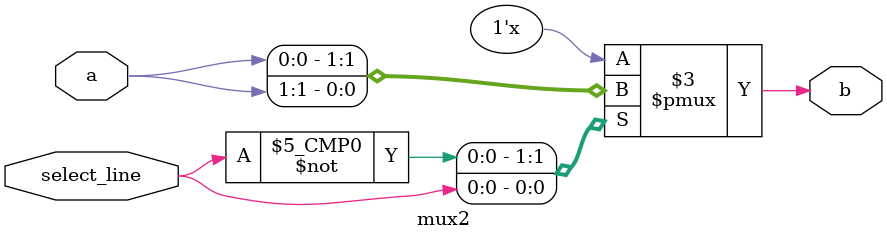
<source format=v>


`timescale 1ns/1ps

module mux2_tb;
wire b;
reg [1:0]a;
reg select_line;

	// Instantiation
	mux2 m2( .a(a), .select_line(select_line), .b(b));
	
	task toggle;
	integer i;
	begin 
		for(i = 0; i < 2; i++) begin
			select_line =i;
			#5;
			$display("Time = %0t, a[0] = %b, a[1] = %b select line = %b, b = %b", $time, a[0], a[1], select_line, b);
		end
	end
	endtask

	initial begin
	
	// Conditions
	repeat(10) begin
		a = $random;  #5;
		toggle;
	end
	
	$finish;
	end

endmodule


// Mux Design

module mux2(
input [1:0]a,
input select_line, 
output reg b);

	always@(*) begin
	
		case(select_line)
	
		1'b0 : b = a[0];
		1'b1 : b = a[1];
		default : b = 1'b0;
	
		endcase
	end

endmodule

</source>
